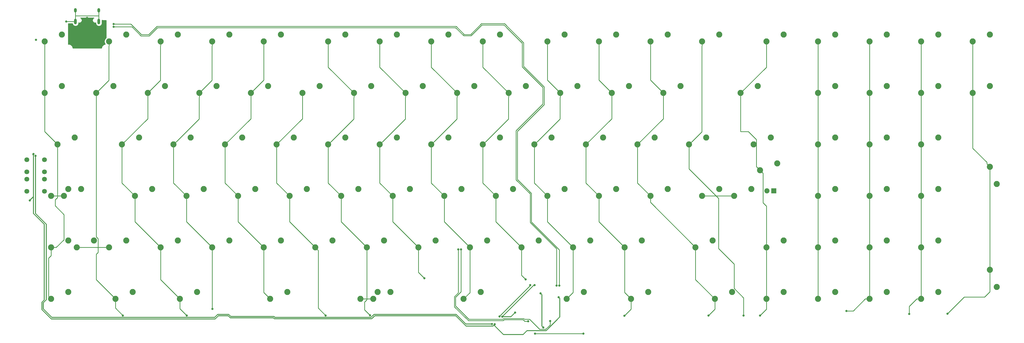
<source format=gbr>
G04 #@! TF.GenerationSoftware,KiCad,Pcbnew,(5.1.7)-1*
G04 #@! TF.CreationDate,2020-11-02T12:32:22-08:00*
G04 #@! TF.ProjectId,PCBV2,50434256-322e-46b6-9963-61645f706362,rev?*
G04 #@! TF.SameCoordinates,Original*
G04 #@! TF.FileFunction,Copper,L1,Top*
G04 #@! TF.FilePolarity,Positive*
%FSLAX46Y46*%
G04 Gerber Fmt 4.6, Leading zero omitted, Abs format (unit mm)*
G04 Created by KiCad (PCBNEW (5.1.7)-1) date 2020-11-02 12:32:22*
%MOMM*%
%LPD*%
G01*
G04 APERTURE LIST*
G04 #@! TA.AperFunction,ComponentPad*
%ADD10R,1.905000X1.905000*%
G04 #@! TD*
G04 #@! TA.AperFunction,ComponentPad*
%ADD11C,1.905000*%
G04 #@! TD*
G04 #@! TA.AperFunction,ComponentPad*
%ADD12C,2.250000*%
G04 #@! TD*
G04 #@! TA.AperFunction,ComponentPad*
%ADD13O,1.000000X2.100000*%
G04 #@! TD*
G04 #@! TA.AperFunction,ComponentPad*
%ADD14O,1.000000X1.600000*%
G04 #@! TD*
G04 #@! TA.AperFunction,ComponentPad*
%ADD15C,1.800000*%
G04 #@! TD*
G04 #@! TA.AperFunction,ViaPad*
%ADD16C,0.800000*%
G04 #@! TD*
G04 #@! TA.AperFunction,Conductor*
%ADD17C,0.304800*%
G04 #@! TD*
G04 #@! TA.AperFunction,Conductor*
%ADD18C,0.254000*%
G04 #@! TD*
G04 #@! TA.AperFunction,Conductor*
%ADD19C,0.100000*%
G04 #@! TD*
G04 APERTURE END LIST*
D10*
X364807500Y-144780000D03*
D11*
X362267500Y-144780000D03*
D12*
X359727500Y-137160000D03*
X366077500Y-134620000D03*
X256568575Y-182245000D03*
X250218575Y-184785000D03*
X185102500Y-182245000D03*
X178752500Y-184785000D03*
X223202500Y-182245000D03*
X216852500Y-184785000D03*
X104140000Y-163195000D03*
X97790000Y-165735000D03*
X125571250Y-163195000D03*
X119221250Y-165735000D03*
X344646250Y-144145000D03*
X338296250Y-146685000D03*
X104140000Y-144145000D03*
X97790000Y-146685000D03*
X101758750Y-86995000D03*
X95408750Y-89535000D03*
X125571250Y-86995000D03*
X119221250Y-89535000D03*
X447198750Y-142240000D03*
X444658750Y-135890000D03*
X106521250Y-125095000D03*
X100171250Y-127635000D03*
X339883750Y-125095000D03*
X333533750Y-127635000D03*
X320833750Y-125095000D03*
X314483750Y-127635000D03*
X301783750Y-125095000D03*
X295433750Y-127635000D03*
X282733750Y-125095000D03*
X276383750Y-127635000D03*
X263683750Y-125095000D03*
X257333750Y-127635000D03*
X244633750Y-125095000D03*
X238283750Y-127635000D03*
X225583750Y-125095000D03*
X219233750Y-127635000D03*
X206533750Y-125095000D03*
X200183750Y-127635000D03*
X187483750Y-125095000D03*
X181133750Y-127635000D03*
X168433750Y-125095000D03*
X162083750Y-127635000D03*
X149383750Y-125095000D03*
X143033750Y-127635000D03*
X130333750Y-125095000D03*
X123983750Y-127635000D03*
X447198750Y-180340000D03*
X444658750Y-173990000D03*
X425608750Y-182245000D03*
X419258750Y-184785000D03*
X406558750Y-182245000D03*
X400208750Y-184785000D03*
X387508750Y-182245000D03*
X381158750Y-184785000D03*
X368458750Y-182245000D03*
X362108750Y-184785000D03*
X349408750Y-182245000D03*
X343058750Y-184785000D03*
X318452500Y-182245000D03*
X312102500Y-184785000D03*
X294640000Y-182245000D03*
X288290000Y-184785000D03*
X218440000Y-182245000D03*
X212090000Y-184785000D03*
X151765000Y-182245000D03*
X145415000Y-184785000D03*
X127952500Y-182245000D03*
X121602500Y-184785000D03*
X104140000Y-182245000D03*
X97790000Y-184785000D03*
X425608750Y-163195000D03*
X419258750Y-165735000D03*
X406558750Y-163195000D03*
X400208750Y-165735000D03*
X387508750Y-163195000D03*
X381158750Y-165735000D03*
X368458750Y-163195000D03*
X362108750Y-165735000D03*
X342265000Y-163195000D03*
X335915000Y-165735000D03*
X316071250Y-163195000D03*
X309721250Y-165735000D03*
X297021250Y-163195000D03*
X290671250Y-165735000D03*
X277971250Y-163195000D03*
X271621250Y-165735000D03*
X258921250Y-163195000D03*
X252571250Y-165735000D03*
X239871250Y-163195000D03*
X233521250Y-165735000D03*
X220821250Y-163195000D03*
X214471250Y-165735000D03*
X201771250Y-163195000D03*
X195421250Y-165735000D03*
X182721250Y-163195000D03*
X176371250Y-165735000D03*
X163671250Y-163195000D03*
X157321250Y-165735000D03*
X144621250Y-163195000D03*
X138271250Y-165735000D03*
X113665000Y-163195000D03*
X107315000Y-165735000D03*
X425608750Y-144145000D03*
X419258750Y-146685000D03*
X406558750Y-144145000D03*
X400208750Y-146685000D03*
X387508750Y-144145000D03*
X381158750Y-146685000D03*
X356552500Y-144145000D03*
X350202500Y-146685000D03*
X325596250Y-144145000D03*
X319246250Y-146685000D03*
X306546250Y-144145000D03*
X300196250Y-146685000D03*
X287496250Y-144145000D03*
X281146250Y-146685000D03*
X268446250Y-144145000D03*
X262096250Y-146685000D03*
X249396250Y-144145000D03*
X243046250Y-146685000D03*
X230346250Y-144145000D03*
X223996250Y-146685000D03*
X211296250Y-144145000D03*
X204946250Y-146685000D03*
X192246250Y-144145000D03*
X185896250Y-146685000D03*
X173196250Y-144145000D03*
X166846250Y-146685000D03*
X154146250Y-144145000D03*
X147796250Y-146685000D03*
X135096250Y-144145000D03*
X128746250Y-146685000D03*
X108902500Y-144145000D03*
X102552500Y-146685000D03*
X425608750Y-125095000D03*
X419258750Y-127635000D03*
X406558750Y-125095000D03*
X400208750Y-127635000D03*
X387508750Y-125095000D03*
X381158750Y-127635000D03*
X363696250Y-125095000D03*
X357346250Y-127635000D03*
X444658750Y-106045000D03*
X438308750Y-108585000D03*
X425608750Y-106045000D03*
X419258750Y-108585000D03*
X406558750Y-106045000D03*
X400208750Y-108585000D03*
X387508750Y-106045000D03*
X381158750Y-108585000D03*
X358933750Y-106045000D03*
X352583750Y-108585000D03*
X330358750Y-106045000D03*
X324008750Y-108585000D03*
X311308750Y-106045000D03*
X304958750Y-108585000D03*
X292258750Y-106045000D03*
X285908750Y-108585000D03*
X273208750Y-106045000D03*
X266858750Y-108585000D03*
X254158750Y-106045000D03*
X247808750Y-108585000D03*
X235108750Y-106045000D03*
X228758750Y-108585000D03*
X216058750Y-106045000D03*
X209708750Y-108585000D03*
X197008750Y-106045000D03*
X190658750Y-108585000D03*
X177958750Y-106045000D03*
X171608750Y-108585000D03*
X158908750Y-106045000D03*
X152558750Y-108585000D03*
X139858750Y-106045000D03*
X133508750Y-108585000D03*
X120808750Y-106045000D03*
X114458750Y-108585000D03*
X101758750Y-106045000D03*
X95408750Y-108585000D03*
X444658750Y-86995000D03*
X438308750Y-89535000D03*
X425608750Y-86995000D03*
X419258750Y-89535000D03*
X406558750Y-86995000D03*
X400208750Y-89535000D03*
X387508750Y-86995000D03*
X381158750Y-89535000D03*
X368458750Y-86995000D03*
X362108750Y-89535000D03*
X344646250Y-86995000D03*
X338296250Y-89535000D03*
X325596250Y-86995000D03*
X319246250Y-89535000D03*
X306546250Y-86995000D03*
X300196250Y-89535000D03*
X287496250Y-86995000D03*
X281146250Y-89535000D03*
X263683750Y-86995000D03*
X257333750Y-89535000D03*
X244633750Y-86995000D03*
X238283750Y-89535000D03*
X225583750Y-86995000D03*
X219233750Y-89535000D03*
X206533750Y-86995000D03*
X200183750Y-89535000D03*
X182721250Y-86995000D03*
X176371250Y-89535000D03*
X163671250Y-86995000D03*
X157321250Y-89535000D03*
X144621250Y-86995000D03*
X138271250Y-89535000D03*
D13*
X106805000Y-82186250D03*
X115445000Y-82186250D03*
D14*
X106805000Y-78006250D03*
X115445000Y-78006250D03*
D15*
X88825000Y-137759000D03*
X95325000Y-133259000D03*
X88825000Y-133259000D03*
X95325000Y-137759000D03*
X88825000Y-144998000D03*
X95325000Y-140498000D03*
X88825000Y-140498000D03*
X95325000Y-144998000D03*
D16*
X92059003Y-131826000D03*
X260731000Y-194056000D03*
X263525000Y-191262000D03*
X274828000Y-179705000D03*
X92192400Y-88900000D03*
X111125000Y-90678000D03*
X105639972Y-86892028D03*
X111125000Y-80772000D03*
X108077000Y-86741000D03*
X124333000Y-190906000D03*
X147955000Y-190906000D03*
X157358567Y-188473567D03*
X199263000Y-190906000D03*
X215646000Y-190881000D03*
X235712000Y-177131000D03*
X273177000Y-177585010D03*
X309626000Y-191008000D03*
X340741000Y-190906000D03*
X353695000Y-190906000D03*
X359791000Y-190906000D03*
X391668000Y-189230000D03*
X414909000Y-190373000D03*
X429006000Y-190246000D03*
X294481250Y-197643750D03*
X276606000Y-197612000D03*
X278669750Y-182753000D03*
X276479000Y-179705000D03*
X89916000Y-148336000D03*
X261747000Y-194183000D03*
X264541000Y-191389000D03*
X91297515Y-131177819D03*
X285369000Y-184150000D03*
X269240000Y-189865000D03*
X279654000Y-195326002D03*
X103378000Y-82169000D03*
X248285000Y-166497000D03*
X274066000Y-193040000D03*
X282194000Y-192937507D03*
X249285003Y-166497000D03*
X285607003Y-179832000D03*
X120935750Y-83058000D03*
X284607000Y-179832000D03*
X120929435Y-84092449D03*
D17*
X274828000Y-179959000D02*
X274828000Y-179705000D01*
X263525000Y-191262000D02*
X274828000Y-179959000D01*
X108077000Y-86741000D02*
X109601000Y-85217000D01*
X109601000Y-82296000D02*
X111125000Y-80772000D01*
X109601000Y-85217000D02*
X109601000Y-82296000D01*
X251079000Y-194056000D02*
X260731000Y-194056000D01*
X217170000Y-190500000D02*
X247523000Y-190500000D01*
X216535000Y-191135000D02*
X217170000Y-190500000D01*
X247523000Y-190500000D02*
X251079000Y-194056000D01*
X216505554Y-191135000D02*
X216535000Y-191135000D01*
X159385000Y-190500000D02*
X163449000Y-190500000D01*
X215982153Y-191658401D02*
X216505554Y-191135000D01*
X164211000Y-191262000D02*
X180090446Y-191262000D01*
X94917991Y-188516043D02*
X98060349Y-191658401D01*
X98060349Y-191658401D02*
X158226599Y-191658401D01*
X158226599Y-191658401D02*
X159385000Y-190500000D01*
X163449000Y-190500000D02*
X164211000Y-191262000D01*
X180090446Y-191262000D02*
X180486847Y-191658401D01*
X180486847Y-191658401D02*
X215982153Y-191658401D01*
X92059003Y-153209747D02*
X96043750Y-157194494D01*
X92059003Y-131826000D02*
X92059003Y-153209747D01*
X96043750Y-157194494D02*
X96043750Y-185073482D01*
X96043750Y-185073482D02*
X94917991Y-186199241D01*
X94917991Y-186199241D02*
X94917991Y-188516043D01*
D18*
X95408750Y-91125990D02*
X95408750Y-108585000D01*
X95408750Y-89535000D02*
X95408750Y-91125990D01*
X95408750Y-122872500D02*
X100171250Y-127635000D01*
X95408750Y-108585000D02*
X95408750Y-122872500D01*
X99279099Y-150333099D02*
X102552500Y-153606500D01*
X99279099Y-148110967D02*
X99279099Y-150333099D01*
X100171250Y-147218816D02*
X99279099Y-148110967D01*
X97790000Y-146685000D02*
X100139500Y-146685000D01*
X100139500Y-146685000D02*
X100171250Y-146716750D01*
X100171250Y-146716750D02*
X100171250Y-147218816D01*
X100171250Y-127635000D02*
X100171250Y-146716750D01*
X100203000Y-146685000D02*
X100171250Y-146716750D01*
X102552500Y-146685000D02*
X100203000Y-146685000D01*
X99695000Y-165735000D02*
X102552500Y-162877500D01*
X97790000Y-165735000D02*
X99695000Y-165735000D01*
X102552500Y-153606500D02*
X102552500Y-162877500D01*
X96897849Y-183892849D02*
X97790000Y-184785000D01*
X96897849Y-169676113D02*
X96897849Y-183892849D01*
X97790000Y-168783962D02*
X96897849Y-169676113D01*
X97790000Y-165735000D02*
X97790000Y-168783962D01*
X115583749Y-107460001D02*
X114458750Y-108585000D01*
X119153251Y-103890499D02*
X115583749Y-107460001D01*
X119153251Y-91193989D02*
X119153251Y-103890499D01*
X114458750Y-108585000D02*
X114458750Y-158591250D01*
X121602500Y-184785000D02*
X121602500Y-188175500D01*
X121602500Y-188175500D02*
X124333000Y-190906000D01*
X119221250Y-91125990D02*
X119153251Y-91193989D01*
X119221250Y-89535000D02*
X119221250Y-91125990D01*
X115117001Y-167584037D02*
X114458750Y-168242288D01*
X114458750Y-161839788D02*
X115117001Y-162498039D01*
X114458750Y-177641250D02*
X121602500Y-184785000D01*
X114458750Y-168242288D02*
X114458750Y-177641250D01*
X114458750Y-158591250D02*
X114458750Y-161839788D01*
X114981502Y-165735000D02*
X115117001Y-165870499D01*
X107315000Y-165735000D02*
X114981502Y-165735000D01*
X115117001Y-165870499D02*
X115117001Y-167584037D01*
X115117001Y-162498039D02*
X115117001Y-165870499D01*
X115252500Y-165735000D02*
X115117001Y-165870499D01*
X119221250Y-165735000D02*
X115252500Y-165735000D01*
X134633749Y-107460001D02*
X133508750Y-108585000D01*
X138203251Y-103890499D02*
X134633749Y-107460001D01*
X138203251Y-91193989D02*
X138203251Y-103890499D01*
X138271250Y-91125990D02*
X138203251Y-91193989D01*
X138271250Y-89535000D02*
X138271250Y-91125990D01*
X133508750Y-118110000D02*
X123983750Y-127635000D01*
X133508750Y-108585000D02*
X133508750Y-118110000D01*
X123983750Y-141922500D02*
X128746250Y-146685000D01*
X123983750Y-127635000D02*
X123983750Y-141922500D01*
X128746250Y-156210000D02*
X138271250Y-165735000D01*
X128746250Y-146685000D02*
X128746250Y-156210000D01*
X138271250Y-177641250D02*
X145415000Y-184785000D01*
X138271250Y-165735000D02*
X138271250Y-177641250D01*
X145415000Y-184785000D02*
X145415000Y-188366000D01*
X145415000Y-188366000D02*
X147955000Y-190906000D01*
X153683749Y-107460001D02*
X152558750Y-108585000D01*
X157253251Y-103890499D02*
X153683749Y-107460001D01*
X157253251Y-91193989D02*
X157253251Y-103890499D01*
X157321250Y-91125990D02*
X157253251Y-91193989D01*
X157321250Y-89535000D02*
X157321250Y-91125990D01*
X144158749Y-126510001D02*
X143033750Y-127635000D01*
X152490751Y-118177999D02*
X144158749Y-126510001D01*
X152490751Y-110243989D02*
X152490751Y-118177999D01*
X152558750Y-110175990D02*
X152490751Y-110243989D01*
X152558750Y-108585000D02*
X152558750Y-110175990D01*
X143033750Y-141922500D02*
X147796250Y-146685000D01*
X143033750Y-127635000D02*
X143033750Y-141922500D01*
X147796250Y-156210000D02*
X157321250Y-165735000D01*
X147796250Y-146685000D02*
X147796250Y-156210000D01*
X157321250Y-165735000D02*
X157321250Y-185667250D01*
X157321250Y-185667250D02*
X157321250Y-188436250D01*
X157321250Y-188436250D02*
X157358567Y-188473567D01*
X176371250Y-103822500D02*
X171608750Y-108585000D01*
X176371250Y-89535000D02*
X176371250Y-103822500D01*
X171608750Y-118110000D02*
X162083750Y-127635000D01*
X171608750Y-108585000D02*
X171608750Y-118110000D01*
X162083750Y-141922500D02*
X166846250Y-146685000D01*
X162083750Y-127635000D02*
X162083750Y-141922500D01*
X166846250Y-156210000D02*
X176371250Y-165735000D01*
X166846250Y-146685000D02*
X166846250Y-156210000D01*
X176371250Y-182403750D02*
X178752500Y-184785000D01*
X176371250Y-165735000D02*
X176371250Y-182403750D01*
X190658750Y-118110000D02*
X181133750Y-127635000D01*
X190658750Y-108585000D02*
X190658750Y-118110000D01*
X181133750Y-141922500D02*
X185896250Y-146685000D01*
X181133750Y-127635000D02*
X181133750Y-141922500D01*
X185896250Y-156210000D02*
X195421250Y-165735000D01*
X185896250Y-146685000D02*
X185896250Y-156210000D01*
X196546249Y-188189249D02*
X199263000Y-190906000D01*
X195421250Y-165735000D02*
X196546249Y-166859999D01*
X196546249Y-166859999D02*
X196546249Y-188189249D01*
X200183750Y-99060000D02*
X209708750Y-108585000D01*
X200183750Y-89535000D02*
X200183750Y-99060000D01*
X201308749Y-126510001D02*
X200183750Y-127635000D01*
X209640751Y-118177999D02*
X201308749Y-126510001D01*
X209640751Y-110243989D02*
X209640751Y-118177999D01*
X209708750Y-110175990D02*
X209640751Y-110243989D01*
X209708750Y-108585000D02*
X209708750Y-110175990D01*
X200183750Y-141922500D02*
X204946250Y-146685000D01*
X200183750Y-127635000D02*
X200183750Y-141922500D01*
X204946250Y-156210000D02*
X214471250Y-165735000D01*
X204946250Y-146685000D02*
X204946250Y-156210000D01*
X213579099Y-185962901D02*
X213579099Y-188814099D01*
X214471250Y-185070750D02*
X213579099Y-185962901D01*
X213579099Y-188814099D02*
X215646000Y-190881000D01*
X214439500Y-184785000D02*
X214471250Y-184753250D01*
X212090000Y-184785000D02*
X214439500Y-184785000D01*
X214471250Y-184753250D02*
X214471250Y-185070750D01*
X214471250Y-165735000D02*
X214471250Y-184753250D01*
X214503000Y-184785000D02*
X214471250Y-184753250D01*
X216852500Y-184785000D02*
X214503000Y-184785000D01*
X219233750Y-99060000D02*
X228758750Y-108585000D01*
X219233750Y-89535000D02*
X219233750Y-99060000D01*
X220358749Y-126510001D02*
X219233750Y-127635000D01*
X228690751Y-118177999D02*
X220358749Y-126510001D01*
X228690751Y-110243989D02*
X228690751Y-118177999D01*
X228758750Y-110175990D02*
X228690751Y-110243989D01*
X228758750Y-108585000D02*
X228758750Y-110175990D01*
X219233750Y-141922500D02*
X223996250Y-146685000D01*
X219233750Y-127635000D02*
X219233750Y-141922500D01*
X223996250Y-156210000D02*
X233521250Y-165735000D01*
X223996250Y-146685000D02*
X223996250Y-156210000D01*
X233521250Y-174940250D02*
X235712000Y-177131000D01*
X233521250Y-165735000D02*
X233521250Y-174940250D01*
X238283750Y-99060000D02*
X247808750Y-108585000D01*
X238283750Y-89535000D02*
X238283750Y-99060000D01*
X239408749Y-126510001D02*
X238283750Y-127635000D01*
X247740751Y-118177999D02*
X239408749Y-126510001D01*
X247740751Y-110243989D02*
X247740751Y-118177999D01*
X247808750Y-110175990D02*
X247740751Y-110243989D01*
X247808750Y-108585000D02*
X247808750Y-110175990D01*
X238283750Y-141922500D02*
X243046250Y-146685000D01*
X238283750Y-127635000D02*
X238283750Y-141922500D01*
X243046250Y-156210000D02*
X252571250Y-165735000D01*
X243046250Y-146685000D02*
X243046250Y-156210000D01*
X252571250Y-182432325D02*
X250218575Y-184785000D01*
X252571250Y-165735000D02*
X252571250Y-182432325D01*
X257333750Y-99060000D02*
X266858750Y-108585000D01*
X257333750Y-89535000D02*
X257333750Y-99060000D01*
X258458749Y-126510001D02*
X257333750Y-127635000D01*
X266790751Y-118177999D02*
X258458749Y-126510001D01*
X266790751Y-110243989D02*
X266790751Y-118177999D01*
X266858750Y-110175990D02*
X266790751Y-110243989D01*
X266858750Y-108585000D02*
X266858750Y-110175990D01*
X257333750Y-141922500D02*
X262096250Y-146685000D01*
X257333750Y-127635000D02*
X257333750Y-141922500D01*
X262096250Y-156210000D02*
X271621250Y-165735000D01*
X262096250Y-146685000D02*
X262096250Y-156210000D01*
X271621250Y-165735000D02*
X271621250Y-176029260D01*
X271621250Y-176029260D02*
X273177000Y-177585010D01*
X281146250Y-103822500D02*
X285908750Y-108585000D01*
X281146250Y-89535000D02*
X281146250Y-103822500D01*
X277508749Y-126510001D02*
X276383750Y-127635000D01*
X285840751Y-118177999D02*
X277508749Y-126510001D01*
X285840751Y-110243989D02*
X285840751Y-118177999D01*
X285908750Y-110175990D02*
X285840751Y-110243989D01*
X285908750Y-108585000D02*
X285908750Y-110175990D01*
X276383750Y-141922500D02*
X281146250Y-146685000D01*
X276383750Y-127635000D02*
X276383750Y-141922500D01*
X281146250Y-156210000D02*
X290671250Y-165735000D01*
X281146250Y-146685000D02*
X281146250Y-156210000D01*
X290671250Y-182403750D02*
X288290000Y-184785000D01*
X290671250Y-165735000D02*
X290671250Y-182403750D01*
X300196250Y-103822500D02*
X304958750Y-108585000D01*
X300196250Y-89535000D02*
X300196250Y-103822500D01*
X304958750Y-118110000D02*
X295433750Y-127635000D01*
X304958750Y-108585000D02*
X304958750Y-118110000D01*
X295433750Y-141922500D02*
X300196250Y-146685000D01*
X295433750Y-127635000D02*
X295433750Y-141922500D01*
X300196250Y-156210000D02*
X309721250Y-165735000D01*
X300196250Y-146685000D02*
X300196250Y-156210000D01*
X309721250Y-182403750D02*
X312102500Y-184785000D01*
X309721250Y-165735000D02*
X309721250Y-182403750D01*
X312102500Y-184785000D02*
X312102500Y-188531500D01*
X312102500Y-188531500D02*
X309626000Y-191008000D01*
X319246250Y-103822500D02*
X324008750Y-108585000D01*
X319246250Y-89535000D02*
X319246250Y-103822500D01*
X324008750Y-118110000D02*
X314483750Y-127635000D01*
X324008750Y-108585000D02*
X324008750Y-118110000D01*
X314483750Y-141922500D02*
X319246250Y-146685000D01*
X314483750Y-127635000D02*
X314483750Y-141922500D01*
X319246250Y-149066250D02*
X335915000Y-165735000D01*
X319246250Y-146685000D02*
X319246250Y-149066250D01*
X335915000Y-177641250D02*
X343058750Y-184785000D01*
X335915000Y-165735000D02*
X335915000Y-177641250D01*
X343058750Y-184785000D02*
X343058750Y-188588250D01*
X343058750Y-188588250D02*
X340741000Y-190906000D01*
X334658749Y-126510001D02*
X333533750Y-127635000D01*
X338228251Y-122940499D02*
X334658749Y-126510001D01*
X338228251Y-91193989D02*
X338228251Y-122940499D01*
X338296250Y-91125990D02*
X338228251Y-91193989D01*
X338296250Y-89535000D02*
X338296250Y-91125990D01*
X353695000Y-184382288D02*
X353695000Y-190906000D01*
X350202500Y-180889788D02*
X353695000Y-184382288D01*
X343535000Y-146685000D02*
X338296250Y-146685000D01*
X333533750Y-136683750D02*
X343535000Y-146685000D01*
X333533750Y-127635000D02*
X333533750Y-136683750D01*
X343535000Y-146685000D02*
X350202500Y-146685000D01*
X350202500Y-171893538D02*
X350202500Y-180889788D01*
X344427151Y-166118189D02*
X350202500Y-171893538D01*
X344427151Y-147577151D02*
X344427151Y-166118189D01*
X343535000Y-146685000D02*
X344427151Y-147577151D01*
X362108750Y-99060000D02*
X352583750Y-108585000D01*
X362108750Y-89535000D02*
X362108750Y-99060000D01*
X362108750Y-164144010D02*
X362108750Y-165735000D01*
X362108750Y-150462288D02*
X362108750Y-164144010D01*
X362108750Y-167325990D02*
X362108750Y-184785000D01*
X362108750Y-165735000D02*
X362108750Y-167325990D01*
X362108750Y-184785000D02*
X362108750Y-188588250D01*
X362108750Y-188588250D02*
X359791000Y-190906000D01*
X352583750Y-122872500D02*
X352583750Y-108585000D01*
X358403501Y-125834751D02*
X355441250Y-122872500D01*
X355441250Y-122872500D02*
X352583750Y-122872500D01*
X358403501Y-135836001D02*
X358403501Y-125834751D01*
X359727500Y-137160000D02*
X358403501Y-135836001D01*
X360852499Y-149206037D02*
X362108750Y-150462288D01*
X360852499Y-138284999D02*
X360852499Y-149206037D01*
X359727500Y-137160000D02*
X360852499Y-138284999D01*
X358403501Y-126873519D02*
X358403501Y-127635000D01*
X358403501Y-125834751D02*
X358403501Y-126873519D01*
X381158750Y-89535000D02*
X381158750Y-108585000D01*
X381158750Y-108585000D02*
X381158750Y-127635000D01*
X381158750Y-127635000D02*
X381158750Y-146685000D01*
X381158750Y-146685000D02*
X381158750Y-165735000D01*
X381158750Y-167325990D02*
X381158750Y-184785000D01*
X381158750Y-165735000D02*
X381158750Y-167325990D01*
X400208750Y-89535000D02*
X400208750Y-108585000D01*
X400208750Y-108585000D02*
X400208750Y-127635000D01*
X400208750Y-127635000D02*
X400208750Y-146685000D01*
X400208750Y-165735000D02*
X400208750Y-146685000D01*
X400208750Y-167325990D02*
X400208750Y-184785000D01*
X400208750Y-165735000D02*
X400208750Y-167325990D01*
X394172760Y-189230000D02*
X391668000Y-189230000D01*
X400208750Y-184785000D02*
X398617760Y-184785000D01*
X398617760Y-184785000D02*
X394172760Y-189230000D01*
X419258750Y-91125990D02*
X419258750Y-108585000D01*
X419258750Y-89535000D02*
X419258750Y-91125990D01*
X419258750Y-110175990D02*
X419258750Y-127635000D01*
X419258750Y-108585000D02*
X419258750Y-110175990D01*
X419258750Y-127635000D02*
X419258750Y-146685000D01*
X419258750Y-148275990D02*
X419258750Y-165735000D01*
X419258750Y-146685000D02*
X419258750Y-148275990D01*
X419258750Y-167325990D02*
X419258750Y-184785000D01*
X419258750Y-165735000D02*
X419258750Y-167325990D01*
X414909000Y-187543760D02*
X414909000Y-190373000D01*
X419258750Y-184785000D02*
X417667760Y-184785000D01*
X417667760Y-184785000D02*
X414909000Y-187543760D01*
X438308750Y-91125990D02*
X438308750Y-108585000D01*
X438308750Y-89535000D02*
X438308750Y-91125990D01*
X443533751Y-134765001D02*
X444658750Y-135890000D01*
X443533751Y-134256039D02*
X443533751Y-134765001D01*
X438308750Y-129031038D02*
X443533751Y-134256039D01*
X438308750Y-108585000D02*
X438308750Y-129031038D01*
X444658750Y-137480990D02*
X444658750Y-173990000D01*
X444658750Y-135890000D02*
X444658750Y-137480990D01*
X444658750Y-182118962D02*
X444658750Y-173990000D01*
X442695711Y-184082001D02*
X444658750Y-182118962D01*
X435169999Y-184082001D02*
X442695711Y-184082001D01*
X429006000Y-190246000D02*
X435169999Y-184082001D01*
X294481250Y-197643750D02*
X276637750Y-197643750D01*
X276637750Y-197643750D02*
X276606000Y-197612000D01*
D17*
X276225000Y-179705000D02*
X276479000Y-179705000D01*
X264541000Y-191389000D02*
X276225000Y-179705000D01*
X91297515Y-131177819D02*
X91059000Y-131416334D01*
X91297515Y-146954485D02*
X91297515Y-146669515D01*
X91297515Y-131177819D02*
X91297515Y-146669515D01*
X89916000Y-148336000D02*
X91297515Y-146954485D01*
X251117493Y-194808401D02*
X261121599Y-194808401D01*
X261121599Y-194808401D02*
X261747000Y-194183000D01*
X247313902Y-191004810D02*
X251117493Y-194808401D01*
X217427190Y-191004810D02*
X247313902Y-191004810D01*
X216268789Y-192163211D02*
X217427190Y-191004810D01*
X179881348Y-191766810D02*
X180277748Y-192163211D01*
X91297515Y-146669515D02*
X91297515Y-153210015D01*
X95250000Y-157162500D02*
X95250000Y-185153324D01*
X97889872Y-192201833D02*
X158445167Y-192201833D01*
X180277748Y-192163211D02*
X216268789Y-192163211D01*
X95250000Y-185153324D02*
X94413181Y-185990142D01*
X94413181Y-188725142D02*
X97889872Y-192201833D01*
X91297515Y-153210015D02*
X95250000Y-157162500D01*
X163239902Y-191004810D02*
X164001901Y-191766810D01*
X158445167Y-192201833D02*
X159642190Y-191004810D01*
X159642190Y-191004810D02*
X163239902Y-191004810D01*
X94413181Y-185990142D02*
X94413181Y-188725142D01*
X164001901Y-191766810D02*
X179881348Y-191766810D01*
X267716000Y-191389000D02*
X264541000Y-191389000D01*
X269240000Y-189865000D02*
X267716000Y-191389000D01*
X278669750Y-182753000D02*
X279179469Y-183262719D01*
X279179469Y-194851471D02*
X279179469Y-183262719D01*
X279654000Y-195326002D02*
X279179469Y-194851471D01*
X285792599Y-184573599D02*
X285369000Y-184150000D01*
X280733587Y-196532413D02*
X285792599Y-191473401D01*
X261747000Y-194183000D02*
X261747000Y-194748685D01*
X264924616Y-197926301D02*
X272227699Y-197926301D01*
X272227699Y-197926301D02*
X273621587Y-196532413D01*
X285792599Y-191473401D02*
X285792599Y-184573599D01*
X261747000Y-194748685D02*
X264924616Y-197926301D01*
X273621587Y-196532413D02*
X280733587Y-196532413D01*
D18*
X115445000Y-80012000D02*
X115445000Y-78006250D01*
X106805000Y-80012000D02*
X115445000Y-80012000D01*
X115445000Y-82186250D02*
X115445000Y-80012000D01*
X106805000Y-80012000D02*
X106805000Y-78006250D01*
X106805000Y-82186250D02*
X106805000Y-80012000D01*
X106805000Y-82186250D02*
X103395250Y-82186250D01*
X103395250Y-82186250D02*
X103378000Y-82169000D01*
X246814990Y-187693842D02*
X246814990Y-183961943D01*
X251016824Y-191895676D02*
X246814990Y-187693842D01*
X246814990Y-183961943D02*
X248285000Y-182491934D01*
X251098222Y-191895676D02*
X251016824Y-191895676D01*
X251969555Y-192767009D02*
X251098222Y-191895676D01*
X264881020Y-192767009D02*
X251969555Y-192767009D01*
X265189030Y-192458999D02*
X264881020Y-192767009D01*
X272214999Y-192458999D02*
X265189030Y-192458999D01*
X272796000Y-193040000D02*
X272214999Y-192458999D01*
X248285000Y-182491934D02*
X248285000Y-166497000D01*
X274066000Y-193040000D02*
X272796000Y-193040000D01*
X282194000Y-194394012D02*
X282194000Y-192937507D01*
X280535009Y-196053003D02*
X282194000Y-194394012D01*
X252157612Y-192312999D02*
X264692963Y-192312999D01*
X264692963Y-192312999D02*
X265000973Y-192004989D01*
X247269000Y-187424387D02*
X252157612Y-192312999D01*
X249285003Y-166497000D02*
X249285003Y-182133997D01*
X247269000Y-184150000D02*
X247269000Y-187424387D01*
X249285003Y-182133997D02*
X247269000Y-184150000D01*
X272711065Y-192312999D02*
X274549037Y-192312999D01*
X265000973Y-192004989D02*
X272403056Y-192004989D01*
X274549037Y-192312999D02*
X278289041Y-196053003D01*
X272403056Y-192004989D02*
X272711065Y-192312999D01*
X278289041Y-196053003D02*
X280535009Y-196053003D01*
X285607003Y-166600936D02*
X285607003Y-179832000D01*
X275282010Y-145734943D02*
X275282010Y-156275944D01*
X270075010Y-140527944D02*
X275282010Y-145734943D01*
X279715056Y-113103010D02*
X270075010Y-122743056D01*
X279981010Y-106364943D02*
X279981010Y-112837057D01*
X275282010Y-156275944D02*
X285607003Y-166600936D01*
X272361010Y-98744944D02*
X279981010Y-106364943D01*
X136894241Y-83958759D02*
X247457023Y-83958759D01*
X131191000Y-86995000D02*
X133858000Y-86995000D01*
X127254000Y-83058000D02*
X131191000Y-86995000D01*
X120935750Y-83058000D02*
X127254000Y-83058000D01*
X265313667Y-82934601D02*
X272361010Y-89981943D01*
X279981010Y-112837057D02*
X279715056Y-113103010D01*
X247457023Y-83958759D02*
X250444584Y-86946319D01*
X133858000Y-86995000D02*
X136894241Y-83958759D01*
X250444584Y-86946319D02*
X252782282Y-86946319D01*
X252782282Y-86946319D02*
X256794000Y-82934601D01*
X270075010Y-122743056D02*
X270075010Y-140527944D01*
X256794000Y-82934601D02*
X265313667Y-82934601D01*
X272361010Y-89981943D02*
X272361010Y-98744944D01*
X271907000Y-90170000D02*
X271907000Y-98933000D01*
X271907000Y-98933000D02*
X279527000Y-106553000D01*
X279527000Y-106553000D02*
X279527000Y-112649000D01*
X279527000Y-112649000D02*
X269621000Y-122555000D01*
X269621000Y-122555000D02*
X269621000Y-140716000D01*
X269621000Y-140716000D02*
X274828000Y-145923000D01*
X274828000Y-145923000D02*
X274828000Y-156464000D01*
X274828000Y-156464000D02*
X284607000Y-166243000D01*
X284607000Y-166243000D02*
X284607000Y-179832000D01*
X266065000Y-84328000D02*
X266319000Y-84582000D01*
X266319000Y-84582000D02*
X271907000Y-90170000D01*
X265829449Y-84092449D02*
X266319000Y-84582000D01*
X137100033Y-84412769D02*
X247268968Y-84412769D01*
X134063792Y-87449010D02*
X137100033Y-84412769D01*
X131002943Y-87449010D02*
X134063792Y-87449010D01*
X127646383Y-84092449D02*
X131002943Y-87449010D01*
X120929435Y-84092449D02*
X127646383Y-84092449D01*
X247268968Y-84412769D02*
X250256527Y-87400329D01*
X250256527Y-87400329D02*
X252970339Y-87400329D01*
X252970339Y-87400329D02*
X253236292Y-87134375D01*
X253236292Y-87134375D02*
X256982056Y-83388611D01*
X256982056Y-83388611D02*
X265125611Y-83388611D01*
X265125611Y-83388611D02*
X265829449Y-84092449D01*
X113560269Y-80805509D02*
X113403036Y-80910569D01*
X113269319Y-81044286D01*
X113164259Y-81201519D01*
X113091892Y-81376228D01*
X113055000Y-81561698D01*
X113055000Y-81750802D01*
X113091892Y-81936272D01*
X113164259Y-82110981D01*
X113269319Y-82268214D01*
X113403036Y-82401931D01*
X113560269Y-82506991D01*
X113734978Y-82579358D01*
X113920448Y-82616250D01*
X114109552Y-82616250D01*
X114295022Y-82579358D01*
X114310000Y-82573154D01*
X114310000Y-82792002D01*
X114326423Y-82958749D01*
X114391324Y-83172697D01*
X114496717Y-83369873D01*
X114638552Y-83542699D01*
X114811378Y-83684534D01*
X115008554Y-83789926D01*
X115222502Y-83854827D01*
X115445000Y-83876741D01*
X115667499Y-83854827D01*
X115881447Y-83789926D01*
X116078623Y-83684534D01*
X116251449Y-83542699D01*
X116393284Y-83369873D01*
X116498676Y-83172697D01*
X116563577Y-82958749D01*
X116580000Y-82792002D01*
X116580000Y-81646771D01*
X116601783Y-81653315D01*
X116670515Y-81674165D01*
X116671504Y-81674262D01*
X116672448Y-81674546D01*
X116743153Y-81681319D01*
X116778495Y-81684800D01*
X116779490Y-81684800D01*
X116816569Y-81688352D01*
X116851674Y-81684800D01*
X117601895Y-81684800D01*
X118141750Y-81685473D01*
X118141750Y-88139565D01*
X118099315Y-88167919D01*
X117854169Y-88413065D01*
X117661558Y-88701327D01*
X117528886Y-89021627D01*
X117461250Y-89361655D01*
X117461250Y-89708345D01*
X117528886Y-90048373D01*
X117661558Y-90368673D01*
X117793888Y-90566719D01*
X117510799Y-90623029D01*
X117235997Y-90736856D01*
X116988681Y-90902107D01*
X116778357Y-91112431D01*
X116613106Y-91359747D01*
X116499279Y-91634549D01*
X116441250Y-91926278D01*
X116441250Y-91948000D01*
X105808750Y-91948000D01*
X105808750Y-91926278D01*
X105750721Y-91634549D01*
X105636894Y-91359747D01*
X105471643Y-91112431D01*
X105261319Y-90902107D01*
X105014003Y-90736856D01*
X104739201Y-90623029D01*
X104447472Y-90565000D01*
X104150028Y-90565000D01*
X104108250Y-90573310D01*
X104108250Y-82948250D01*
X105685389Y-82948250D01*
X105686423Y-82958749D01*
X105751324Y-83172697D01*
X105856717Y-83369873D01*
X105998552Y-83542699D01*
X106171378Y-83684534D01*
X106368554Y-83789926D01*
X106582502Y-83854827D01*
X106805000Y-83876741D01*
X107027499Y-83854827D01*
X107241447Y-83789926D01*
X107438623Y-83684534D01*
X107611449Y-83542699D01*
X107753284Y-83369873D01*
X107858676Y-83172697D01*
X107923577Y-82958749D01*
X107940000Y-82792002D01*
X107940000Y-82573154D01*
X107954978Y-82579358D01*
X108140448Y-82616250D01*
X108329552Y-82616250D01*
X108515022Y-82579358D01*
X108689731Y-82506991D01*
X108846964Y-82401931D01*
X108980681Y-82268214D01*
X109085741Y-82110981D01*
X109158108Y-81936272D01*
X109195000Y-81750802D01*
X109195000Y-81561698D01*
X109158108Y-81376228D01*
X109085741Y-81201519D01*
X108980681Y-81044286D01*
X108846964Y-80910569D01*
X108689731Y-80805509D01*
X108613662Y-80774000D01*
X113636338Y-80774000D01*
X113560269Y-80805509D01*
G04 #@! TA.AperFunction,Conductor*
D19*
G36*
X113560269Y-80805509D02*
G01*
X113403036Y-80910569D01*
X113269319Y-81044286D01*
X113164259Y-81201519D01*
X113091892Y-81376228D01*
X113055000Y-81561698D01*
X113055000Y-81750802D01*
X113091892Y-81936272D01*
X113164259Y-82110981D01*
X113269319Y-82268214D01*
X113403036Y-82401931D01*
X113560269Y-82506991D01*
X113734978Y-82579358D01*
X113920448Y-82616250D01*
X114109552Y-82616250D01*
X114295022Y-82579358D01*
X114310000Y-82573154D01*
X114310000Y-82792002D01*
X114326423Y-82958749D01*
X114391324Y-83172697D01*
X114496717Y-83369873D01*
X114638552Y-83542699D01*
X114811378Y-83684534D01*
X115008554Y-83789926D01*
X115222502Y-83854827D01*
X115445000Y-83876741D01*
X115667499Y-83854827D01*
X115881447Y-83789926D01*
X116078623Y-83684534D01*
X116251449Y-83542699D01*
X116393284Y-83369873D01*
X116498676Y-83172697D01*
X116563577Y-82958749D01*
X116580000Y-82792002D01*
X116580000Y-81646771D01*
X116601783Y-81653315D01*
X116670515Y-81674165D01*
X116671504Y-81674262D01*
X116672448Y-81674546D01*
X116743153Y-81681319D01*
X116778495Y-81684800D01*
X116779490Y-81684800D01*
X116816569Y-81688352D01*
X116851674Y-81684800D01*
X117601895Y-81684800D01*
X118141750Y-81685473D01*
X118141750Y-88139565D01*
X118099315Y-88167919D01*
X117854169Y-88413065D01*
X117661558Y-88701327D01*
X117528886Y-89021627D01*
X117461250Y-89361655D01*
X117461250Y-89708345D01*
X117528886Y-90048373D01*
X117661558Y-90368673D01*
X117793888Y-90566719D01*
X117510799Y-90623029D01*
X117235997Y-90736856D01*
X116988681Y-90902107D01*
X116778357Y-91112431D01*
X116613106Y-91359747D01*
X116499279Y-91634549D01*
X116441250Y-91926278D01*
X116441250Y-91948000D01*
X105808750Y-91948000D01*
X105808750Y-91926278D01*
X105750721Y-91634549D01*
X105636894Y-91359747D01*
X105471643Y-91112431D01*
X105261319Y-90902107D01*
X105014003Y-90736856D01*
X104739201Y-90623029D01*
X104447472Y-90565000D01*
X104150028Y-90565000D01*
X104108250Y-90573310D01*
X104108250Y-82948250D01*
X105685389Y-82948250D01*
X105686423Y-82958749D01*
X105751324Y-83172697D01*
X105856717Y-83369873D01*
X105998552Y-83542699D01*
X106171378Y-83684534D01*
X106368554Y-83789926D01*
X106582502Y-83854827D01*
X106805000Y-83876741D01*
X107027499Y-83854827D01*
X107241447Y-83789926D01*
X107438623Y-83684534D01*
X107611449Y-83542699D01*
X107753284Y-83369873D01*
X107858676Y-83172697D01*
X107923577Y-82958749D01*
X107940000Y-82792002D01*
X107940000Y-82573154D01*
X107954978Y-82579358D01*
X108140448Y-82616250D01*
X108329552Y-82616250D01*
X108515022Y-82579358D01*
X108689731Y-82506991D01*
X108846964Y-82401931D01*
X108980681Y-82268214D01*
X109085741Y-82110981D01*
X109158108Y-81936272D01*
X109195000Y-81750802D01*
X109195000Y-81561698D01*
X109158108Y-81376228D01*
X109085741Y-81201519D01*
X108980681Y-81044286D01*
X108846964Y-80910569D01*
X108689731Y-80805509D01*
X108613662Y-80774000D01*
X113636338Y-80774000D01*
X113560269Y-80805509D01*
G37*
G04 #@! TD.AperFunction*
M02*

</source>
